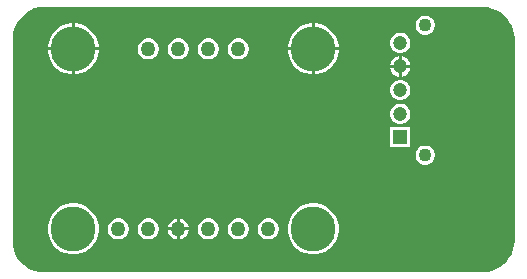
<source format=gbr>
G04*
G04 #@! TF.GenerationSoftware,Altium Limited,Altium Designer,23.1.1 (15)*
G04*
G04 Layer_Physical_Order=2*
G04 Layer_Color=16711680*
%FSLAX44Y44*%
%MOMM*%
G71*
G04*
G04 #@! TF.SameCoordinates,4BF497F3-78CA-41F9-8CC1-BB5D37DA9F24*
G04*
G04*
G04 #@! TF.FilePolarity,Positive*
G04*
G01*
G75*
%ADD15C,1.1000*%
%ADD16C,1.2000*%
%ADD17R,1.2000X1.2000*%
%ADD18C,3.8100*%
%ADD19C,1.2700*%
G36*
X394808Y217357D02*
X398432Y216386D01*
X401897Y214950D01*
X405146Y213075D01*
X408122Y210791D01*
X410775Y208139D01*
X413058Y205163D01*
X414934Y201914D01*
X416369Y198448D01*
X417340Y194825D01*
X417830Y191106D01*
Y189230D01*
Y21590D01*
Y19717D01*
X417341Y16002D01*
X416371Y12384D01*
X414938Y8922D01*
X413064Y5678D01*
X410784Y2705D01*
X408134Y56D01*
X405162Y-2225D01*
X401918Y-4098D01*
X398456Y-5531D01*
X394837Y-6501D01*
X391123Y-6990D01*
X389250D01*
X18391Y-6961D01*
X15829D01*
X10804Y-5961D01*
X6070Y-4000D01*
X1810Y-1154D01*
X-1813Y2469D01*
X-4660Y6729D01*
X-6620Y11463D01*
X-7620Y16488D01*
Y19050D01*
Y190500D01*
Y192290D01*
X-7153Y195840D01*
X-6226Y199298D01*
X-4856Y202606D01*
X-3066Y205707D01*
X-886Y208547D01*
X1645Y211079D01*
X4486Y213258D01*
X7587Y215048D01*
X10894Y216418D01*
X14353Y217345D01*
X17902Y217812D01*
X19692D01*
X389214Y217846D01*
X391089D01*
X394808Y217357D01*
D02*
G37*
%LPC*%
G36*
X342729Y210360D02*
X340611D01*
X338567Y209812D01*
X336733Y208754D01*
X335236Y207257D01*
X334178Y205423D01*
X333630Y203379D01*
Y201262D01*
X334178Y199217D01*
X335236Y197383D01*
X336733Y195886D01*
X338567Y194828D01*
X340611Y194280D01*
X342729D01*
X344773Y194828D01*
X346607Y195886D01*
X348104Y197383D01*
X349162Y199217D01*
X349710Y201262D01*
Y203379D01*
X349162Y205423D01*
X348104Y207257D01*
X346607Y208754D01*
X344773Y209812D01*
X342729Y210360D01*
D02*
G37*
G36*
X249032Y203726D02*
X248176D01*
Y183406D01*
X268496D01*
Y184263D01*
X267666Y188434D01*
X266039Y192363D01*
X263676Y195899D01*
X260669Y198906D01*
X257133Y201269D01*
X253204Y202896D01*
X249032Y203726D01*
D02*
G37*
G36*
X245636D02*
X244780D01*
X240609Y202896D01*
X236679Y201269D01*
X233143Y198906D01*
X230136Y195899D01*
X227773Y192363D01*
X226146Y188434D01*
X225316Y184263D01*
Y183406D01*
X245636D01*
Y203726D01*
D02*
G37*
G36*
X45833D02*
X44976D01*
Y183406D01*
X65296D01*
Y184263D01*
X64466Y188434D01*
X62839Y192363D01*
X60476Y195899D01*
X57469Y198906D01*
X53933Y201269D01*
X50004Y202896D01*
X45833Y203726D01*
D02*
G37*
G36*
X42436D02*
X41580D01*
X37408Y202896D01*
X33479Y201269D01*
X29943Y198906D01*
X26936Y195899D01*
X24573Y192363D01*
X22946Y188434D01*
X22116Y184263D01*
Y183406D01*
X42436D01*
Y203726D01*
D02*
G37*
G36*
X321794Y195860D02*
X319546D01*
X317374Y195278D01*
X315426Y194154D01*
X313836Y192564D01*
X312712Y190616D01*
X312130Y188444D01*
Y186196D01*
X312712Y184024D01*
X313836Y182076D01*
X315426Y180486D01*
X317374Y179362D01*
X319546Y178780D01*
X321794D01*
X323966Y179362D01*
X325914Y180486D01*
X327504Y182076D01*
X328628Y184024D01*
X329210Y186196D01*
Y188444D01*
X328628Y190616D01*
X327504Y192564D01*
X325914Y194154D01*
X323966Y195278D01*
X321794Y195860D01*
D02*
G37*
G36*
X184576Y191026D02*
X182236D01*
X179975Y190420D01*
X177947Y189250D01*
X176292Y187595D01*
X175122Y185567D01*
X174516Y183306D01*
Y180966D01*
X175122Y178705D01*
X176292Y176677D01*
X177947Y175022D01*
X179975Y173852D01*
X182236Y173246D01*
X184576D01*
X186837Y173852D01*
X188865Y175022D01*
X190520Y176677D01*
X191690Y178705D01*
X192296Y180966D01*
Y183306D01*
X191690Y185567D01*
X190520Y187595D01*
X188865Y189250D01*
X186837Y190420D01*
X184576Y191026D01*
D02*
G37*
G36*
X159176D02*
X156836D01*
X154575Y190420D01*
X152547Y189250D01*
X150892Y187595D01*
X149722Y185567D01*
X149116Y183306D01*
Y180966D01*
X149722Y178705D01*
X150892Y176677D01*
X152547Y175022D01*
X154575Y173852D01*
X156836Y173246D01*
X159176D01*
X161437Y173852D01*
X163465Y175022D01*
X165120Y176677D01*
X166290Y178705D01*
X166896Y180966D01*
Y183306D01*
X166290Y185567D01*
X165120Y187595D01*
X163465Y189250D01*
X161437Y190420D01*
X159176Y191026D01*
D02*
G37*
G36*
X133776D02*
X131436D01*
X129175Y190420D01*
X127147Y189250D01*
X125492Y187595D01*
X124322Y185567D01*
X123716Y183306D01*
Y180966D01*
X124322Y178705D01*
X125492Y176677D01*
X127147Y175022D01*
X129175Y173852D01*
X131436Y173246D01*
X133776D01*
X136037Y173852D01*
X138065Y175022D01*
X139720Y176677D01*
X140890Y178705D01*
X141496Y180966D01*
Y183306D01*
X140890Y185567D01*
X139720Y187595D01*
X138065Y189250D01*
X136037Y190420D01*
X133776Y191026D01*
D02*
G37*
G36*
X108376D02*
X106036D01*
X103775Y190420D01*
X101747Y189250D01*
X100092Y187595D01*
X98922Y185567D01*
X98316Y183306D01*
Y180966D01*
X98922Y178705D01*
X100092Y176677D01*
X101747Y175022D01*
X103775Y173852D01*
X106036Y173246D01*
X108376D01*
X110637Y173852D01*
X112665Y175022D01*
X114320Y176677D01*
X115490Y178705D01*
X116096Y180966D01*
Y183306D01*
X115490Y185567D01*
X114320Y187595D01*
X112665Y189250D01*
X110637Y190420D01*
X108376Y191026D01*
D02*
G37*
G36*
X321940Y175821D02*
Y168590D01*
X329171D01*
X328628Y170616D01*
X327504Y172564D01*
X325914Y174154D01*
X323966Y175278D01*
X321940Y175821D01*
D02*
G37*
G36*
X319400D02*
X317374Y175278D01*
X315426Y174154D01*
X313836Y172564D01*
X312712Y170616D01*
X312169Y168590D01*
X319400D01*
Y175821D01*
D02*
G37*
G36*
X268496Y180866D02*
X248176D01*
Y160546D01*
X249032D01*
X253204Y161376D01*
X257133Y163003D01*
X260669Y165366D01*
X263676Y168373D01*
X266039Y171909D01*
X267666Y175839D01*
X268496Y180010D01*
Y180866D01*
D02*
G37*
G36*
X245636D02*
X225316D01*
Y180010D01*
X226146Y175839D01*
X227773Y171909D01*
X230136Y168373D01*
X233143Y165366D01*
X236679Y163003D01*
X240609Y161376D01*
X244780Y160546D01*
X245636D01*
Y180866D01*
D02*
G37*
G36*
X65296D02*
X44976D01*
Y160546D01*
X45833D01*
X50004Y161376D01*
X53933Y163003D01*
X57469Y165366D01*
X60476Y168373D01*
X62839Y171909D01*
X64466Y175839D01*
X65296Y180010D01*
Y180866D01*
D02*
G37*
G36*
X42436D02*
X22116D01*
Y180010D01*
X22946Y175839D01*
X24573Y171909D01*
X26936Y168373D01*
X29943Y165366D01*
X33479Y163003D01*
X37408Y161376D01*
X41580Y160546D01*
X42436D01*
Y180866D01*
D02*
G37*
G36*
X319400Y166050D02*
X312169D01*
X312712Y164024D01*
X313836Y162076D01*
X315426Y160486D01*
X317374Y159362D01*
X319400Y158819D01*
Y166050D01*
D02*
G37*
G36*
X329171D02*
X321940D01*
Y158819D01*
X323966Y159362D01*
X325914Y160486D01*
X327504Y162076D01*
X328628Y164024D01*
X329171Y166050D01*
D02*
G37*
G36*
X321794Y155860D02*
X319546D01*
X317374Y155278D01*
X315426Y154154D01*
X313836Y152564D01*
X312712Y150616D01*
X312130Y148444D01*
Y146196D01*
X312712Y144024D01*
X313836Y142076D01*
X315426Y140486D01*
X317374Y139362D01*
X319546Y138780D01*
X321794D01*
X323966Y139362D01*
X325914Y140486D01*
X327504Y142076D01*
X328628Y144024D01*
X329210Y146196D01*
Y148444D01*
X328628Y150616D01*
X327504Y152564D01*
X325914Y154154D01*
X323966Y155278D01*
X321794Y155860D01*
D02*
G37*
G36*
Y135860D02*
X319546D01*
X317374Y135278D01*
X315426Y134154D01*
X313836Y132564D01*
X312712Y130616D01*
X312130Y128444D01*
Y126196D01*
X312712Y124024D01*
X313836Y122076D01*
X315426Y120486D01*
X317374Y119362D01*
X319546Y118780D01*
X321794D01*
X323966Y119362D01*
X325914Y120486D01*
X327504Y122076D01*
X328628Y124024D01*
X329210Y126196D01*
Y128444D01*
X328628Y130616D01*
X327504Y132564D01*
X325914Y134154D01*
X323966Y135278D01*
X321794Y135860D01*
D02*
G37*
G36*
X329210Y115860D02*
X312130D01*
Y98780D01*
X329210D01*
Y115860D01*
D02*
G37*
G36*
X342729Y100360D02*
X340611D01*
X338567Y99812D01*
X336733Y98754D01*
X335236Y97257D01*
X334178Y95423D01*
X333630Y93378D01*
Y91262D01*
X334178Y89217D01*
X335236Y87383D01*
X336733Y85886D01*
X338567Y84828D01*
X340611Y84280D01*
X342729D01*
X344773Y84828D01*
X346607Y85886D01*
X348104Y87383D01*
X349162Y89217D01*
X349710Y91262D01*
Y93378D01*
X349162Y95423D01*
X348104Y97257D01*
X346607Y98754D01*
X344773Y99812D01*
X342729Y100360D01*
D02*
G37*
G36*
X133876Y38599D02*
Y31006D01*
X141469D01*
X140890Y33167D01*
X139720Y35195D01*
X138065Y36850D01*
X136037Y38020D01*
X133876Y38599D01*
D02*
G37*
G36*
X131336D02*
X129175Y38020D01*
X127147Y36850D01*
X125492Y35195D01*
X124322Y33167D01*
X123743Y31006D01*
X131336D01*
Y38599D01*
D02*
G37*
G36*
X141469Y28466D02*
X133876D01*
Y20873D01*
X136037Y21452D01*
X138065Y22622D01*
X139720Y24277D01*
X140890Y26305D01*
X141469Y28466D01*
D02*
G37*
G36*
X131336D02*
X123743D01*
X124322Y26305D01*
X125492Y24277D01*
X127147Y22622D01*
X129175Y21452D01*
X131336Y20873D01*
Y28466D01*
D02*
G37*
G36*
X209976Y38626D02*
X207636D01*
X205375Y38020D01*
X203347Y36850D01*
X201692Y35195D01*
X200522Y33167D01*
X199916Y30906D01*
Y28566D01*
X200522Y26305D01*
X201692Y24277D01*
X203347Y22622D01*
X205375Y21452D01*
X207636Y20846D01*
X209976D01*
X212237Y21452D01*
X214265Y22622D01*
X215920Y24277D01*
X217090Y26305D01*
X217696Y28566D01*
Y30906D01*
X217090Y33167D01*
X215920Y35195D01*
X214265Y36850D01*
X212237Y38020D01*
X209976Y38626D01*
D02*
G37*
G36*
X184576D02*
X182236D01*
X179975Y38020D01*
X177947Y36850D01*
X176292Y35195D01*
X175122Y33167D01*
X174516Y30906D01*
Y28566D01*
X175122Y26305D01*
X176292Y24277D01*
X177947Y22622D01*
X179975Y21452D01*
X182236Y20846D01*
X184576D01*
X186837Y21452D01*
X188865Y22622D01*
X190520Y24277D01*
X191690Y26305D01*
X192296Y28566D01*
Y30906D01*
X191690Y33167D01*
X190520Y35195D01*
X188865Y36850D01*
X186837Y38020D01*
X184576Y38626D01*
D02*
G37*
G36*
X159176D02*
X156836D01*
X154575Y38020D01*
X152547Y36850D01*
X150892Y35195D01*
X149722Y33167D01*
X149116Y30906D01*
Y28566D01*
X149722Y26305D01*
X150892Y24277D01*
X152547Y22622D01*
X154575Y21452D01*
X156836Y20846D01*
X159176D01*
X161437Y21452D01*
X163465Y22622D01*
X165120Y24277D01*
X166290Y26305D01*
X166896Y28566D01*
Y30906D01*
X166290Y33167D01*
X165120Y35195D01*
X163465Y36850D01*
X161437Y38020D01*
X159176Y38626D01*
D02*
G37*
G36*
X108376D02*
X106036D01*
X103775Y38020D01*
X101747Y36850D01*
X100092Y35195D01*
X98922Y33167D01*
X98316Y30906D01*
Y28566D01*
X98922Y26305D01*
X100092Y24277D01*
X101747Y22622D01*
X103775Y21452D01*
X106036Y20846D01*
X108376D01*
X110637Y21452D01*
X112665Y22622D01*
X114320Y24277D01*
X115490Y26305D01*
X116096Y28566D01*
Y30906D01*
X115490Y33167D01*
X114320Y35195D01*
X112665Y36850D01*
X110637Y38020D01*
X108376Y38626D01*
D02*
G37*
G36*
X82976D02*
X80636D01*
X78375Y38020D01*
X76347Y36850D01*
X74692Y35195D01*
X73522Y33167D01*
X72916Y30906D01*
Y28566D01*
X73522Y26305D01*
X74692Y24277D01*
X76347Y22622D01*
X78375Y21452D01*
X80636Y20846D01*
X82976D01*
X85237Y21452D01*
X87265Y22622D01*
X88920Y24277D01*
X90090Y26305D01*
X90696Y28566D01*
Y30906D01*
X90090Y33167D01*
X88920Y35195D01*
X87265Y36850D01*
X85237Y38020D01*
X82976Y38626D01*
D02*
G37*
G36*
X249032Y51326D02*
X244780D01*
X240609Y50496D01*
X236679Y48869D01*
X233143Y46506D01*
X230136Y43499D01*
X227773Y39963D01*
X226146Y36034D01*
X225316Y31862D01*
Y27610D01*
X226146Y23438D01*
X227773Y19509D01*
X230136Y15973D01*
X233143Y12966D01*
X236679Y10603D01*
X240609Y8976D01*
X244780Y8146D01*
X249032D01*
X253204Y8976D01*
X257133Y10603D01*
X260669Y12966D01*
X263676Y15973D01*
X266039Y19509D01*
X267666Y23438D01*
X268496Y27610D01*
Y31862D01*
X267666Y36034D01*
X266039Y39963D01*
X263676Y43499D01*
X260669Y46506D01*
X257133Y48869D01*
X253204Y50496D01*
X249032Y51326D01*
D02*
G37*
G36*
X45833D02*
X41580D01*
X37408Y50496D01*
X33479Y48869D01*
X29943Y46506D01*
X26936Y43499D01*
X24573Y39963D01*
X22946Y36034D01*
X22116Y31862D01*
Y27610D01*
X22946Y23438D01*
X24573Y19509D01*
X26936Y15973D01*
X29943Y12966D01*
X33479Y10603D01*
X37408Y8976D01*
X41580Y8146D01*
X45833D01*
X50004Y8976D01*
X53933Y10603D01*
X57469Y12966D01*
X60476Y15973D01*
X62839Y19509D01*
X64466Y23438D01*
X65296Y27610D01*
Y31862D01*
X64466Y36034D01*
X62839Y39963D01*
X60476Y43499D01*
X57469Y46506D01*
X53933Y48869D01*
X50004Y50496D01*
X45833Y51326D01*
D02*
G37*
%LPD*%
D15*
X341670Y202320D02*
D03*
Y92320D02*
D03*
D16*
X320670Y187320D02*
D03*
Y167320D02*
D03*
Y147320D02*
D03*
Y127320D02*
D03*
D17*
Y107320D02*
D03*
D18*
X246906Y29736D02*
D03*
X43706D02*
D03*
X246906Y182136D02*
D03*
X43706D02*
D03*
D19*
X81806Y29736D02*
D03*
X183406D02*
D03*
X132606D02*
D03*
X158006D02*
D03*
X107206D02*
D03*
X208806D02*
D03*
X158006Y182136D02*
D03*
X132606D02*
D03*
X183406D02*
D03*
X107206D02*
D03*
M02*

</source>
